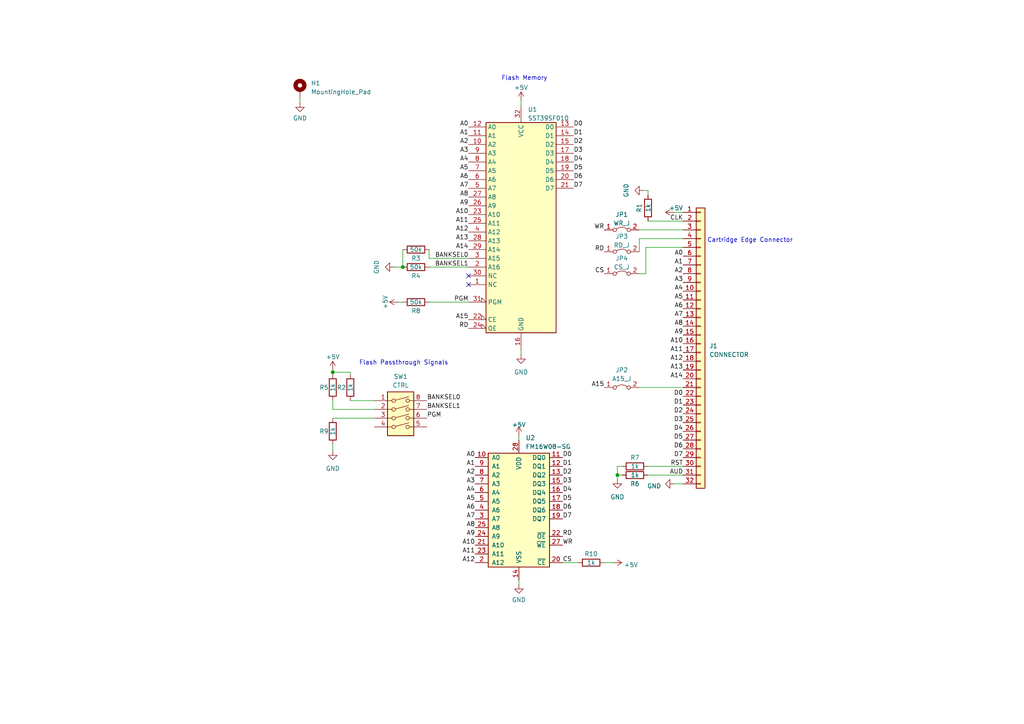
<source format=kicad_sch>
(kicad_sch (version 20230121) (generator eeschema)
  (paper "A4")
  (lib_symbols
    (symbol "Connector_Generic:Conn_01x32" (pin_names (offset 1.016) hide)
      (property "Reference" "J" (at 0 40.64 0))
      (property "Value" "Conn_01x32" (at 0 -43.18 0))
      (symbol "Conn_01x32_1_1"
        (rectangle (start -1.27 -40.513) (end 0 -40.767) (stroke (width 0.1524)))
        (rectangle (start -1.27 -37.973) (end 0 -38.227) (stroke (width 0.1524)))
        (rectangle (start -1.27 -35.433) (end 0 -35.687) (stroke (width 0.1524)))
        (rectangle (start -1.27 -32.893) (end 0 -33.147) (stroke (width 0.1524)))
        (rectangle (start -1.27 -30.353) (end 0 -30.607) (stroke (width 0.1524)))
        (rectangle (start -1.27 -27.813) (end 0 -28.067) (stroke (width 0.1524)))
        (rectangle (start -1.27 -25.273) (end 0 -25.527) (stroke (width 0.1524)))
        (rectangle (start -1.27 -22.733) (end 0 -22.987) (stroke (width 0.1524)))
        (rectangle (start -1.27 -20.193) (end 0 -20.447) (stroke (width 0.1524)))
        (rectangle (start -1.27 -17.653) (end 0 -17.907) (stroke (width 0.1524)))
        (rectangle (start -1.27 -15.113) (end 0 -15.367) (stroke (width 0.1524)))
        (rectangle (start -1.27 -12.573) (end 0 -12.827) (stroke (width 0.1524)))
        (rectangle (start -1.27 -10.033) (end 0 -10.287) (stroke (width 0.1524)))
        (rectangle (start -1.27 -7.493) (end 0 -7.747) (stroke (width 0.1524)))
        (rectangle (start -1.27 -4.953) (end 0 -5.207) (stroke (width 0.1524)))
        (rectangle (start -1.27 -2.413) (end 0 -2.667) (stroke (width 0.1524)))
        (rectangle (start -1.27 0.127) (end 0 -0.127) (stroke (width 0.1524)))
        (rectangle (start -1.27 2.667) (end 0 2.413) (stroke (width 0.1524)))
        (rectangle (start -1.27 5.207) (end 0 4.953) (stroke (width 0.1524)))
        (rectangle (start -1.27 7.747) (end 0 7.493) (stroke (width 0.1524)))
        (rectangle (start -1.27 10.287) (end 0 10.033) (stroke (width 0.1524)))
        (rectangle (start -1.27 12.827) (end 0 12.573) (stroke (width 0.1524)))
        (rectangle (start -1.27 15.367) (end 0 15.113) (stroke (width 0.1524)))
        (rectangle (start -1.27 17.907) (end 0 17.653) (stroke (width 0.1524)))
        (rectangle (start -1.27 20.447) (end 0 20.193) (stroke (width 0.1524)))
        (rectangle (start -1.27 22.987) (end 0 22.733) (stroke (width 0.1524)))
        (rectangle (start -1.27 25.527) (end 0 25.273) (stroke (width 0.1524)))
        (rectangle (start -1.27 28.067) (end 0 27.813) (stroke (width 0.1524)))
        (rectangle (start -1.27 30.607) (end 0 30.353) (stroke (width 0.1524)))
        (rectangle (start -1.27 33.147) (end 0 32.893) (stroke (width 0.1524)))
        (rectangle (start -1.27 35.687) (end 0 35.433) (stroke (width 0.1524)))
        (rectangle (start -1.27 38.227) (end 0 37.973) (stroke (width 0.1524)))
        (rectangle (start -1.27 39.37) (end 1.27 -41.91) (stroke (width 0.254)) (fill (type background)))
        (pin passive line (at -5.08 38.1 0) (length 3.81) (name "Pin_1") (number "1"))
        (pin passive line (at -5.08 15.24 0) (length 3.81) (name "Pin_10") (number "10"))
        (pin passive line (at -5.08 12.7 0) (length 3.81) (name "Pin_11") (number "11"))
        (pin passive line (at -5.08 10.16 0) (length 3.81) (name "Pin_12") (number "12"))
        (pin passive line (at -5.08 7.62 0) (length 3.81) (name "Pin_13") (number "13"))
        (pin passive line (at -5.08 5.08 0) (length 3.81) (name "Pin_14") (number "14"))
        (pin passive line (at -5.08 2.54 0) (length 3.81) (name "Pin_15") (number "15"))
        (pin passive line (at -5.08 0 0) (length 3.81) (name "Pin_16") (number "16"))
        (pin passive line (at -5.08 -2.54 0) (length 3.81) (name "Pin_17") (number "17"))
        (pin passive line (at -5.08 -5.08 0) (length 3.81) (name "Pin_18") (number "18"))
        (pin passive line (at -5.08 -7.62 0) (length 3.81) (name "Pin_19") (number "19"))
        (pin passive line (at -5.08 35.56 0) (length 3.81) (name "Pin_2") (number "2"))
        (pin passive line (at -5.08 -10.16 0) (length 3.81) (name "Pin_20") (number "20"))
        (pin passive line (at -5.08 -12.7 0) (length 3.81) (name "Pin_21") (number "21"))
        (pin passive line (at -5.08 -15.24 0) (length 3.81) (name "Pin_22") (number "22"))
        (pin passive line (at -5.08 -17.78 0) (length 3.81) (name "Pin_23") (number "23"))
        (pin passive line (at -5.08 -20.32 0) (length 3.81) (name "Pin_24") (number "24"))
        (pin passive line (at -5.08 -22.86 0) (length 3.81) (name "Pin_25") (number "25"))
        (pin passive line (at -5.08 -25.4 0) (length 3.81) (name "Pin_26") (number "26"))
        (pin passive line (at -5.08 -27.94 0) (length 3.81) (name "Pin_27") (number "27"))
        (pin passive line (at -5.08 -30.48 0) (length 3.81) (name "Pin_28") (number "28"))
        (pin passive line (at -5.08 -33.02 0) (length 3.81) (name "Pin_29") (number "29"))
        (pin passive line (at -5.08 33.02 0) (length 3.81) (name "Pin_3") (number "3"))
        (pin passive line (at -5.08 -35.56 0) (length 3.81) (name "Pin_30") (number "30"))
        (pin passive line (at -5.08 -38.1 0) (length 3.81) (name "Pin_31") (number "31"))
        (pin passive line (at -5.08 -40.64 0) (length 3.81) (name "Pin_32") (number "32"))
        (pin passive line (at -5.08 30.48 0) (length 3.81) (name "Pin_4") (number "4"))
        (pin passive line (at -5.08 27.94 0) (length 3.81) (name "Pin_5") (number "5"))
        (pin passive line (at -5.08 25.4 0) (length 3.81) (name "Pin_6") (number "6"))
        (pin passive line (at -5.08 22.86 0) (length 3.81) (name "Pin_7") (number "7"))
        (pin passive line (at -5.08 20.32 0) (length 3.81) (name "Pin_8") (number "8"))
        (pin passive line (at -5.08 17.78 0) (length 3.81) (name "Pin_9") (number "9"))
      )
    )
    (symbol "Device:R" (pin_numbers hide) (pin_names (offset 0))
      (property "Reference" "R" (at 2.032 0 90))
      (property "Value" "R" (at 0 0 90))
      (symbol "R_0_1"
        (rectangle (start -1.016 -2.54) (end 1.016 2.54) (stroke (width 0.254)))
      )
      (symbol "R_1_1"
        (pin passive line (at 0 3.81 270) (length 1.27) (name "~") (number "1"))
        (pin passive line (at 0 -3.81 90) (length 1.27) (name "~") (number "2"))
      )
    )
    (symbol "Jumper:Jumper_2_Bridged" (pin_names (offset 0) hide)
      (property "Reference" "JP" (at 0 1.905 0))
      (property "Value" "Jumper_2_Bridged" (at 0 -2.54 0))
      (symbol "Jumper_2_Bridged_0_0"
        (circle (center -2.032 0) (radius 0.508))
        (circle (center 2.032 0) (radius 0.508))
      )
      (symbol "Jumper_2_Bridged_0_1"
        (arc (start 1.524 0.254) (mid 0 0.762) (end -1.524 0.254))
      )
      (symbol "Jumper_2_Bridged_1_1"
        (pin passive line (at -5.08 0 0) (length 2.54) (name "A") (number "1"))
        (pin passive line (at 5.08 0 180) (length 2.54) (name "B") (number "2"))
      )
    )
    (symbol "Mechanical:MountingHole_Pad" (pin_numbers hide) (pin_names (offset 1.016) hide)
      (property "Reference" "H" (at 0 6.35 0))
      (property "Value" "MountingHole_Pad" (at 0 4.445 0))
      (symbol "MountingHole_Pad_0_1"
        (circle (center 0 1.27) (radius 1.27) (stroke (width 1.27)))
      )
      (symbol "MountingHole_Pad_1_1"
        (pin input line (at 0 -2.54 90) (length 2.54) (name "1") (number "1"))
      )
    )
    (symbol "Memory_Flash:SST39SF010"
      (property "Reference" "U" (at 2.54 33.02 0))
      (property "Value" "SST39SF010" (at 0 -30.48 0))
      (symbol "SST39SF010_0_0"
        (pin power_in line (at 0 -34.29 90) (length 5.08) (name "GND") (number "16"))
        (pin power_in line (at 0 36.83 270) (length 5.08) (name "VCC") (number "32"))
      )
      (symbol "SST39SF010_0_1"
        (rectangle (start -10.16 31.75) (end 10.16 -29.21) (stroke (width 0.254)) (fill (type background)))
      )
      (symbol "SST39SF010_1_1"
        (pin input line (at -15.24 -15.24 0) (length 5.08) (name "NC") (number "1"))
        (pin input line (at -15.24 25.4 0) (length 5.08) (name "A2") (number "10"))
        (pin input line (at -15.24 27.94 0) (length 5.08) (name "A1") (number "11"))
        (pin input line (at -15.24 30.48 0) (length 5.08) (name "A0") (number "12"))
        (pin tri_state line (at 15.24 30.48 180) (length 5.08) (name "D0") (number "13"))
        (pin tri_state line (at 15.24 27.94 180) (length 5.08) (name "D1") (number "14"))
        (pin tri_state line (at 15.24 25.4 180) (length 5.08) (name "D2") (number "15"))
        (pin tri_state line (at 15.24 22.86 180) (length 5.08) (name "D3") (number "17"))
        (pin tri_state line (at 15.24 20.32 180) (length 5.08) (name "D4") (number "18"))
        (pin tri_state line (at 15.24 17.78 180) (length 5.08) (name "D5") (number "19"))
        (pin input line (at -15.24 -10.16 0) (length 5.08) (name "A16") (number "2"))
        (pin tri_state line (at 15.24 15.24 180) (length 5.08) (name "D6") (number "20"))
        (pin tri_state line (at 15.24 12.7 180) (length 5.08) (name "D7") (number "21"))
        (pin input input_low (at -15.24 -25.4 0) (length 5.08) (name "CE") (number "22"))
        (pin input line (at -15.24 5.08 0) (length 5.08) (name "A10") (number "23"))
        (pin input input_low (at -15.24 -27.94 0) (length 5.08) (name "OE") (number "24"))
        (pin input line (at -15.24 2.54 0) (length 5.08) (name "A11") (number "25"))
        (pin input line (at -15.24 7.62 0) (length 5.08) (name "A9") (number "26"))
        (pin input line (at -15.24 10.16 0) (length 5.08) (name "A8") (number "27"))
        (pin input line (at -15.24 -2.54 0) (length 5.08) (name "A13") (number "28"))
        (pin input line (at -15.24 -5.08 0) (length 5.08) (name "A14") (number "29"))
        (pin input line (at -15.24 -7.62 0) (length 5.08) (name "A15") (number "3"))
        (pin input line (at -15.24 -12.7 0) (length 5.08) (name "NC") (number "30"))
        (pin input input_low (at -15.24 -20.32 0) (length 5.08) (name "PGM") (number "31"))
        (pin input line (at -15.24 0 0) (length 5.08) (name "A12") (number "4"))
        (pin input line (at -15.24 12.7 0) (length 5.08) (name "A7") (number "5"))
        (pin input line (at -15.24 15.24 0) (length 5.08) (name "A6") (number "6"))
        (pin input line (at -15.24 17.78 0) (length 5.08) (name "A5") (number "7"))
        (pin input line (at -15.24 20.32 0) (length 5.08) (name "A4") (number "8"))
        (pin input line (at -15.24 22.86 0) (length 5.08) (name "A3") (number "9"))
      )
    )
    (symbol "Memory_NVRAM:FM16W08-SG" (pin_names (offset 1.016))
      (property "Reference" "U" (at -7.62 17.78 0))
      (property "Value" "FM16W08-SG" (at 1.27 17.78 0))
      (symbol "FM16W08-SG_0_1"
        (rectangle (start -8.89 16.51) (end 8.89 -16.51) (stroke (width 0.254)) (fill (type background)))
      )
      (symbol "FM16W08-SG_1_1"
        (pin input line (at -12.7 15.24 0) (length 3.81) (name "A0") (number "10"))
        (pin bidirectional line (at 12.7 15.24 180) (length 3.81) (name "DQ0") (number "11"))
        (pin bidirectional line (at 12.7 12.7 180) (length 3.81) (name "DQ1") (number "12"))
        (pin bidirectional line (at 12.7 10.16 180) (length 3.81) (name "DQ2") (number "13"))
        (pin power_in line (at 0 -20.32 90) (length 3.81) (name "VSS") (number "14"))
        (pin bidirectional line (at 12.7 7.62 180) (length 3.81) (name "DQ3") (number "15"))
        (pin bidirectional line (at 12.7 5.08 180) (length 3.81) (name "DQ4") (number "16"))
        (pin bidirectional line (at 12.7 2.54 180) (length 3.81) (name "DQ5") (number "17"))
        (pin bidirectional line (at 12.7 0 180) (length 3.81) (name "DQ6") (number "18"))
        (pin bidirectional line (at 12.7 -2.54 180) (length 3.81) (name "DQ7") (number "19"))
        (pin input line (at -12.7 -15.24 0) (length 3.81) (name "A12") (number "2"))
        (pin input line (at 12.7 -15.24 180) (length 3.81) (name "~{CE}") (number "20"))
        (pin input line (at -12.7 -10.16 0) (length 3.81) (name "A10") (number "21"))
        (pin input line (at 12.7 -7.62 180) (length 3.81) (name "~{OE}") (number "22"))
        (pin input line (at -12.7 -12.7 0) (length 3.81) (name "A11") (number "23"))
        (pin input line (at -12.7 -7.62 0) (length 3.81) (name "A9") (number "24"))
        (pin input line (at -12.7 -5.08 0) (length 3.81) (name "A8") (number "25"))
        (pin input line (at 12.7 -10.16 180) (length 3.81) (name "~{WE}") (number "27"))
        (pin power_in line (at 0 20.32 270) (length 3.81) (name "VDD") (number "28"))
        (pin input line (at -12.7 -2.54 0) (length 3.81) (name "A7") (number "3"))
        (pin input line (at -12.7 0 0) (length 3.81) (name "A6") (number "4"))
        (pin input line (at -12.7 2.54 0) (length 3.81) (name "A5") (number "5"))
        (pin input line (at -12.7 5.08 0) (length 3.81) (name "A4") (number "6"))
        (pin input line (at -12.7 7.62 0) (length 3.81) (name "A3") (number "7"))
        (pin input line (at -12.7 10.16 0) (length 3.81) (name "A2") (number "8"))
        (pin input line (at -12.7 12.7 0) (length 3.81) (name "A1") (number "9"))
      )
    )
    (symbol "Switch:SW_DIP_x04" (pin_names (offset 0) hide)
      (property "Reference" "SW" (at 0 8.89 0))
      (property "Value" "SW_DIP_x04" (at 0 -6.35 0))
      (symbol "SW_DIP_x04_0_0"
        (circle (center -2.032 -2.54) (radius 0.508))
        (circle (center -2.032 0) (radius 0.508))
        (circle (center -2.032 2.54) (radius 0.508))
        (circle (center -2.032 5.08) (radius 0.508))
        (polyline (pts (xy -1.524 -2.3876) (xy 2.3622 -1.3462)))
        (polyline (pts (xy -1.524 0.127) (xy 2.3622 1.1684)))
        (polyline (pts (xy -1.524 2.667) (xy 2.3622 3.7084)))
        (polyline (pts (xy -1.524 5.207) (xy 2.3622 6.2484)))
        (circle (center 2.032 -2.54) (radius 0.508))
        (circle (center 2.032 0) (radius 0.508))
        (circle (center 2.032 2.54) (radius 0.508))
        (circle (center 2.032 5.08) (radius 0.508))
      )
      (symbol "SW_DIP_x04_0_1"
        (rectangle (start -3.81 7.62) (end 3.81 -5.08) (stroke (width 0.254)) (fill (type background)))
      )
      (symbol "SW_DIP_x04_1_1"
        (pin passive line (at -7.62 5.08 0) (length 5.08) (name "~") (number "1"))
        (pin passive line (at -7.62 2.54 0) (length 5.08) (name "~") (number "2"))
        (pin passive line (at -7.62 0 0) (length 5.08) (name "~") (number "3"))
        (pin passive line (at -7.62 -2.54 0) (length 5.08) (name "~") (number "4"))
        (pin passive line (at 7.62 -2.54 180) (length 5.08) (name "~") (number "5"))
        (pin passive line (at 7.62 0 180) (length 5.08) (name "~") (number "6"))
        (pin passive line (at 7.62 2.54 180) (length 5.08) (name "~") (number "7"))
        (pin passive line (at 7.62 5.08 180) (length 5.08) (name "~") (number "8"))
      )
    )
    (symbol "power:+5V" (power) (pin_names (offset 0))
      (property "Value" "+5V" (at 0 3.556 0))
      (symbol "+5V_0_1"
        (polyline (pts (xy -0.762 1.27) (xy 0 2.54)))
        (polyline (pts (xy 0 0) (xy 0 2.54)))
        (polyline (pts (xy 0 2.54) (xy 0.762 1.27)))
      )
      (symbol "+5V_1_1"
        (pin power_in line (at 0 0 90) (length 0) hide (name "+5V") (number "1"))
      )
    )
    (symbol "power:GND" (power) (pin_names (offset 0))
      (property "Value" "GND" (at 0 -3.81 0))
      (symbol "GND_0_1"
        (polyline (pts (xy 0 0) (xy 0 -1.27) (xy 1.27 -1.27) (xy 0 -2.54) (xy -1.27 -1.27) (xy 0 -1.27)))
      )
      (symbol "GND_1_1"
        (pin power_in line (at 0 0 270) (length 0) hide (name "GND") (number "1"))
      )
    )
  )
  (junction (at 96.52 107.95))
  (junction (at 116.84 77.47))
  (junction (at 179.07 137.795))
  (no_connect (at 135.89 80.01))
  (no_connect (at 135.89 82.55))
  (wire (pts (xy 96.52 118.745) (xy 108.585 118.745)))
  (wire (pts (xy 116.84 77.47) (xy 114.3 77.47)))
  (wire (pts (xy 187.96 56.515) (xy 187.96 55.245)))
  (wire (pts (xy 187.96 55.245) (xy 186.69 55.245)))
  (wire (pts (xy 124.46 77.47) (xy 135.89 77.47)))
  (wire (pts (xy 187.96 135.255) (xy 198.12 135.255)))
  (wire (pts (xy 175.26 163.195) (xy 177.8 163.195)))
  (wire (pts (xy 101.6 116.205) (xy 108.585 116.205)))
  (wire (pts (xy 124.46 74.93) (xy 135.89 74.93)))
  (wire (pts (xy 198.12 71.755) (xy 187.325 71.755)))
  (wire (pts (xy 185.42 112.395) (xy 198.12 112.395)))
  (wire (pts (xy 151.13 29.21) (xy 151.13 30.48)))
  (wire (pts (xy 116.84 72.39) (xy 116.84 77.47)))
  (wire (pts (xy 179.07 137.795) (xy 179.07 139.065)))
  (wire (pts (xy 187.325 71.755) (xy 187.325 79.375)))
  (wire (pts (xy 86.995 28.575) (xy 86.995 29.845)))
  (wire (pts (xy 150.495 126.365) (xy 150.495 127.635)))
  (wire (pts (xy 185.42 66.675) (xy 198.12 66.675)))
  (wire (pts (xy 96.52 107.95) (xy 96.52 108.585)))
  (wire (pts (xy 96.52 128.905) (xy 96.52 130.81)))
  (wire (pts (xy 198.12 69.215) (xy 185.42 69.215)))
  (wire (pts (xy 180.34 137.795) (xy 179.07 137.795)))
  (wire (pts (xy 195.58 140.335) (xy 198.12 140.335)))
  (wire (pts (xy 96.52 121.285) (xy 108.585 121.285)))
  (wire (pts (xy 195.58 61.595) (xy 198.12 61.595)))
  (wire (pts (xy 180.34 135.255) (xy 179.07 135.255)))
  (wire (pts (xy 96.52 107.315) (xy 96.52 107.95)))
  (wire (pts (xy 187.96 137.795) (xy 198.12 137.795)))
  (wire (pts (xy 163.195 163.195) (xy 167.64 163.195)))
  (wire (pts (xy 101.6 108.585) (xy 101.6 107.95)))
  (wire (pts (xy 96.52 116.205) (xy 96.52 118.745)))
  (wire (pts (xy 124.46 87.63) (xy 135.89 87.63)))
  (wire (pts (xy 187.325 79.375) (xy 185.42 79.375)))
  (wire (pts (xy 185.42 69.215) (xy 185.42 73.025)))
  (wire (pts (xy 101.6 107.95) (xy 96.52 107.95)))
  (wire (pts (xy 124.46 72.39) (xy 124.46 74.93)))
  (wire (pts (xy 150.495 168.275) (xy 150.495 169.545)))
  (wire (pts (xy 115.57 87.63) (xy 116.84 87.63)))
  (wire (pts (xy 179.07 135.255) (xy 179.07 137.795)))
  (wire (pts (xy 187.96 64.135) (xy 198.12 64.135)))
  (wire (pts (xy 151.13 101.6) (xy 151.13 102.87)))
  (text "Cartridge Edge Connector" (at 205.105 70.485 0) (effects (font (size 1.27 1.27)) (justify left bottom)))
  (text "Flash Memory" (at 145.415 23.495 0) (effects (font (size 1.27 1.27)) (justify left bottom)))
  (text "Flash Passthrough Signals" (at 104.14 106.045 0) (effects (font (size 1.27 1.27)) (justify left bottom)))
  (label "A11" (at 135.89 64.77 180))
  (label "A0" (at 137.795 132.715 180))
  (label "AUD" (at 198.12 137.795 180))
  (label "A9" (at 137.795 155.575 180))
  (label "A12" (at 198.12 104.775 180))
  (label "A15" (at 175.26 112.395 180))
  (label "A0" (at 198.12 74.295 180))
  (label "D0" (at 163.195 132.715 0))
  (label "PGM" (at 123.825 121.285 0))
  (label "A7" (at 198.12 92.075 180))
  (label "A2" (at 137.795 137.795 180))
  (label "D4" (at 166.37 46.99 0))
  (label "A5" (at 198.12 86.995 180))
  (label "D7" (at 198.12 132.715 180))
  (label "D2" (at 166.37 41.91 0))
  (label "D6" (at 198.12 130.175 180))
  (label "A6" (at 135.89 52.07 180))
  (label "A12" (at 137.795 163.195 180))
  (label "D5" (at 166.37 49.53 0))
  (label "CS" (at 175.26 79.375 180))
  (label "D4" (at 163.195 142.875 0))
  (label "A5" (at 137.795 145.415 180))
  (label "A8" (at 198.12 94.615 180))
  (label "A6" (at 198.12 89.535 180))
  (label "D1" (at 163.195 135.255 0))
  (label "A11" (at 198.12 102.235 180))
  (label "PGM" (at 135.89 87.63 180))
  (label "BANKSEL0" (at 123.825 116.205 0))
  (label "D3" (at 163.195 140.335 0))
  (label "RD" (at 135.89 95.25 180))
  (label "D1" (at 166.37 39.37 0))
  (label "A0" (at 135.89 36.83 180))
  (label "A11" (at 137.795 160.655 180))
  (label "A4" (at 137.795 142.875 180))
  (label "RD" (at 163.195 155.575 0))
  (label "A3" (at 198.12 81.915 180))
  (label "CS" (at 163.195 163.195 0))
  (label "A3" (at 137.795 140.335 180))
  (label "RD" (at 175.26 73.025 180))
  (label "WR" (at 175.26 66.675 180))
  (label "D0" (at 166.37 36.83 0))
  (label "D3" (at 198.12 122.555 180))
  (label "D1" (at 198.12 117.475 180))
  (label "A1" (at 198.12 76.835 180))
  (label "A10" (at 198.12 99.695 180))
  (label "D7" (at 166.37 54.61 0))
  (label "A15" (at 135.89 92.71 180))
  (label "BANKSEL1" (at 123.825 118.745 0))
  (label "WR" (at 163.195 158.115 0))
  (label "A9" (at 198.12 97.155 180))
  (label "A12" (at 135.89 67.31 180))
  (label "A9" (at 135.89 59.69 180))
  (label "A4" (at 198.12 84.455 180))
  (label "D4" (at 198.12 125.095 180))
  (label "D6" (at 166.37 52.07 0))
  (label "A8" (at 137.795 153.035 180))
  (label "D2" (at 163.195 137.795 0))
  (label "BANKSEL1" (at 135.89 77.47 180))
  (label "D2" (at 198.12 120.015 180))
  (label "A1" (at 135.89 39.37 180))
  (label "D7" (at 163.195 150.495 0))
  (label "A7" (at 135.89 54.61 180))
  (label "A4" (at 135.89 46.99 180))
  (label "D0" (at 198.12 114.935 180))
  (label "A13" (at 135.89 69.85 180))
  (label "A13" (at 198.12 107.315 180))
  (label "D5" (at 198.12 127.635 180))
  (label "BANKSEL0" (at 135.89 74.93 180))
  (label "CLK" (at 198.12 64.135 180))
  (label "A10" (at 135.89 62.23 180))
  (label "A2" (at 135.89 41.91 180))
  (label "A2" (at 198.12 79.375 180))
  (label "A10" (at 137.795 158.115 180))
  (label "A14" (at 135.89 72.39 180))
  (label "A14" (at 198.12 109.855 180))
  (label "D3" (at 166.37 44.45 0))
  (label "RST" (at 198.12 135.255 180))
  (label "D6" (at 163.195 147.955 0))
  (label "A6" (at 137.795 147.955 180))
  (label "A7" (at 137.795 150.495 180))
  (label "A5" (at 135.89 49.53 180))
  (label "A3" (at 135.89 44.45 180))
  (label "A8" (at 135.89 57.15 180))
  (label "A1" (at 137.795 135.255 180))
  (label "D5" (at 163.195 145.415 0))
  (symbol (lib_id "power:GND") (at 150.495 169.545 0) (unit 1)
    (property "Reference" "#PWR010" (effects hide))
    (property "Value" "GND" (at 150.495 173.99 0))
  )
  (symbol (lib_id "Jumper:Jumper_2_Bridged") (at 180.34 66.675 0) (unit 1)
    (property "Reference" "JP1" (at 180.34 62.23 0))
    (property "Value" "WR_J" (at 180.34 64.77 0))
    (property "Footprint" "Jumper:SolderJumper-2_P1.3mm_Bridged_RoundedPad1.0x1.5mm" (effects hide))
  )
  (symbol (lib_id "Device:R") (at 120.65 87.63 270) (unit 1)
    (property "Reference" "R8" (at 120.65 90.17 90))
    (property "Value" "50k" (at 120.65 87.63 90))
    (property "Footprint" "Resistor_SMD:R_0805_2012Metric_Pad1.20x1.40mm_HandSolder" (effects hide))
  )
  (symbol (lib_id "Jumper:Jumper_2_Bridged") (at 180.34 73.025 0) (unit 1)
    (property "Reference" "JP3" (at 180.34 68.58 0))
    (property "Value" "RD_J" (at 180.34 71.12 0))
    (property "Footprint" "Jumper:SolderJumper-2_P1.3mm_Bridged_RoundedPad1.0x1.5mm" (effects hide))
  )
  (symbol (lib_id "power:+5V") (at 115.57 87.63 90) (unit 1)
    (property "Reference" "#PWR04" (effects hide))
    (property "Value" "+5V" (at 111.76 87.63 0))
  )
  (symbol (lib_id "Switch:SW_DIP_x04") (at 116.205 121.285 0) (unit 1)
    (property "Reference" "SW1" (at 116.205 109.22 0))
    (property "Value" "CTRL" (at 116.205 111.76 0))
    (property "Footprint" "Button_Switch_SMD:SW_DIP_SPSTx04_Slide_KingTek_DSHP04TS_W7.62mm_P1.27mm" (effects hide))
    (property "Datasheet" "https://www.digikey.com/en/products/detail/cts-electrocomponents/218-4LPSTR/5223846" (effects hide))
  )
  (symbol (lib_id "power:GND") (at 114.3 77.47 270) (unit 1)
    (property "Reference" "#PWR03" (effects hide))
    (property "Value" "GND" (at 109.22 77.47 0))
  )
  (symbol (lib_id "power:GND") (at 86.995 29.845 0) (unit 1)
    (property "Reference" "#PWR012" (effects hide))
    (property "Value" "GND" (at 86.995 34.29 0))
  )
  (symbol (lib_id "Device:R") (at 187.96 60.325 180) (unit 1)
    (property "Reference" "R1" (at 185.42 60.325 90))
    (property "Value" "1k" (at 187.96 60.325 90))
    (property "Footprint" "Resistor_SMD:R_0805_2012Metric_Pad1.20x1.40mm_HandSolder" (effects hide))
  )
  (symbol (lib_id "power:+5V") (at 96.52 107.315 0) (unit 1)
    (property "Reference" "#PWR09" (effects hide))
    (property "Value" "+5V" (at 96.52 103.505 0))
  )
  (symbol (lib_id "Jumper:Jumper_2_Bridged") (at 180.34 112.395 0) (unit 1)
    (property "Reference" "JP2" (at 180.34 107.315 0))
    (property "Value" "A15_J" (at 180.34 109.855 0))
    (property "Footprint" "Jumper:SolderJumper-2_P1.3mm_Bridged_RoundedPad1.0x1.5mm" (effects hide))
  )
  (symbol (lib_id "power:GND") (at 151.13 102.87 0) (unit 1)
    (property "Reference" "#PWR05" (effects hide))
    (property "Value" "GND" (at 151.13 107.95 0))
  )
  (symbol (lib_id "Memory_NVRAM:FM16W08-SG") (at 150.495 147.955 0) (unit 1)
    (property "Reference" "U2" (at 152.4509 127 0) (effects (justify left)))
    (property "Value" "FM16W08-SG" (at 152.4509 129.54 0) (effects (justify left)))
    (property "Footprint" "Package_SO:SOIC-28W_7.5x17.9mm_P1.27mm" (effects hide))
    (property "Datasheet" "http://www.cypress.com/file/41731/download" (effects hide))
  )
  (symbol (lib_id "Device:R") (at 171.45 163.195 90) (unit 1)
    (property "Reference" "R10" (at 171.45 160.655 90))
    (property "Value" "1k" (at 171.45 163.195 90))
    (property "Footprint" "Resistor_SMD:R_0805_2012Metric_Pad1.20x1.40mm_HandSolder" (effects hide))
  )
  (symbol (lib_id "Mechanical:MountingHole_Pad") (at 86.995 26.035 0) (unit 1)
    (property "Reference" "H1" (at 90.17 24.13 0) (effects (justify left)))
    (property "Value" "MountingHole_Pad" (at 90.17 26.67 0) (effects (justify left)))
    (property "Footprint" "MountingHole:MountingHole_5mm_Pad_Via" (effects hide))
  )
  (symbol (lib_id "Device:R") (at 120.65 72.39 90) (unit 1)
    (property "Reference" "R3" (at 120.65 74.93 90))
    (property "Value" "50k" (at 120.65 72.39 90))
    (property "Footprint" "Resistor_SMD:R_0805_2012Metric_Pad1.20x1.40mm_HandSolder" (effects hide))
  )
  (symbol (lib_id "power:GND") (at 179.07 139.065 0) (unit 1)
    (property "Reference" "#PWR08" (effects hide))
    (property "Value" "GND" (at 179.07 144.145 0))
  )
  (symbol (lib_id "power:+5V") (at 177.8 163.195 270) (unit 1)
    (property "Reference" "#PWR014" (effects hide))
    (property "Value" "+5V" (at 180.975 163.83 90) (effects (justify left)))
  )
  (symbol (lib_id "power:GND") (at 186.69 55.245 270) (unit 1)
    (property "Reference" "#PWR07" (effects hide))
    (property "Value" "GND" (at 181.61 55.245 0))
  )
  (symbol (lib_id "Device:R") (at 120.65 77.47 90) (unit 1)
    (property "Reference" "R4" (at 120.65 80.01 90))
    (property "Value" "50k" (at 120.65 77.47 90))
    (property "Footprint" "Resistor_SMD:R_0805_2012Metric_Pad1.20x1.40mm_HandSolder" (effects hide))
  )
  (symbol (lib_id "Jumper:Jumper_2_Bridged") (at 180.34 79.375 0) (unit 1)
    (property "Reference" "JP4" (at 180.34 74.93 0))
    (property "Value" "CS_J" (at 180.34 77.47 0))
    (property "Footprint" "Jumper:SolderJumper-2_P1.3mm_Bridged_RoundedPad1.0x1.5mm" (effects hide))
  )
  (symbol (lib_id "Device:R") (at 96.52 125.095 180) (unit 1)
    (property "Reference" "R9" (at 93.98 125.095 0))
    (property "Value" "1k" (at 96.52 125.095 90))
    (property "Footprint" "Resistor_SMD:R_0805_2012Metric_Pad1.20x1.40mm_HandSolder" (effects hide))
  )
  (symbol (lib_id "Device:R") (at 184.15 137.795 90) (unit 1)
    (property "Reference" "R6" (at 184.15 140.335 90))
    (property "Value" "1k" (at 184.15 137.795 90))
    (property "Footprint" "Resistor_SMD:R_0805_2012Metric_Pad1.20x1.40mm_HandSolder" (effects hide))
  )
  (symbol (lib_id "power:+5V") (at 150.495 126.365 0) (unit 1)
    (property "Reference" "#PWR011" (effects hide))
    (property "Value" "+5V" (at 150.495 123.19 0))
  )
  (symbol (lib_id "Device:R") (at 184.15 135.255 90) (unit 1)
    (property "Reference" "R7" (at 184.15 132.715 90))
    (property "Value" "1k" (at 184.15 135.255 90))
    (property "Footprint" "Resistor_SMD:R_0805_2012Metric_Pad1.20x1.40mm_HandSolder" (effects hide))
  )
  (symbol (lib_id "power:GND") (at 96.52 130.81 0) (unit 1)
    (property "Reference" "#PWR013" (effects hide))
    (property "Value" "GND" (at 96.52 135.89 0))
  )
  (symbol (lib_id "Connector_Generic:Conn_01x32") (at 203.2 99.695 0) (unit 1)
    (property "Reference" "J1" (at 205.74 100.33 0) (effects (justify left)))
    (property "Value" "CONNECTOR" (at 205.74 102.87 0) (effects (justify left)))
    (property "Footprint" "flashcart:GameBoy_Cartridge_1x32_P1.50mm_Edge" (effects hide))
  )
  (symbol (lib_id "power:GND") (at 195.58 140.335 270) (unit 1)
    (property "Reference" "#PWR02" (effects hide))
    (property "Value" "GND" (at 191.77 140.97 90) (effects (justify right)))
  )
  (symbol (lib_id "power:+5V") (at 195.58 61.595 90) (unit 1)
    (property "Reference" "#PWR01" (effects hide))
    (property "Value" "+5V" (at 198.12 60.325 90) (effects (justify left)))
  )
  (symbol (lib_id "Device:R") (at 96.52 112.395 180) (unit 1)
    (property "Reference" "R5" (at 93.98 112.395 0))
    (property "Value" "1k" (at 96.52 112.395 90))
    (property "Footprint" "Resistor_SMD:R_0805_2012Metric_Pad1.20x1.40mm_HandSolder" (effects hide))
  )
  (symbol (lib_id "Memory_Flash:SST39SF010") (at 151.13 67.31 0) (unit 1)
    (property "Reference" "U1" (at 153.0859 31.75 0) (effects (justify left)))
    (property "Value" "SST39SF010" (at 153.0859 34.29 0) (effects (justify left)))
    (property "Footprint" "Package_SO:TSOP-I-32_14.4x8mm_P0.5mm" (effects hide))
    (property "Datasheet" "http://ww1.microchip.com/downloads/en/DeviceDoc/25022B.pdf" (effects hide))
  )
  (symbol (lib_id "power:+5V") (at 151.13 29.21 0) (unit 1)
    (property "Reference" "#PWR06" (effects hide))
    (property "Value" "+5V" (at 151.13 25.4 0))
  )
  (symbol (lib_id "Device:R") (at 101.6 112.395 180) (unit 1)
    (property "Reference" "R2" (at 99.06 112.395 0))
    (property "Value" "1k" (at 101.6 112.395 90))
    (property "Footprint" "Resistor_SMD:R_0805_2012Metric_Pad1.20x1.40mm_HandSolder" (effects hide))
  )
)
</source>
